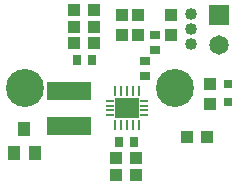
<source format=gts>
G04 #@! TF.FileFunction,Soldermask,Top*
%FSLAX46Y46*%
G04 Gerber Fmt 4.6, Leading zero omitted, Abs format (unit mm)*
G04 Created by KiCad (PCBNEW (2015-05-03 BZR 5637)-product) date 2015 September 09, Wednesday 10:45:35*
%MOMM*%
G01*
G04 APERTURE LIST*
%ADD10C,0.100000*%
%ADD11R,1.651000X1.651000*%
%ADD12C,1.651000*%
%ADD13R,1.100000X1.000000*%
%ADD14R,0.700000X0.900000*%
%ADD15R,1.016000X1.143000*%
%ADD16R,1.000000X1.100000*%
%ADD17R,0.280000X0.850000*%
%ADD18R,2.150000X1.700000*%
%ADD19R,0.700000X0.250000*%
%ADD20R,0.797560X0.797560*%
%ADD21R,0.900000X0.700000*%
%ADD22C,1.016000*%
%ADD23R,3.700000X1.500000*%
%ADD24C,3.216000*%
G04 APERTURE END LIST*
D10*
D11*
X143002000Y-100584000D03*
D12*
X143002000Y-103124000D03*
D13*
X134278000Y-114109500D03*
X135978000Y-114109500D03*
X134278000Y-112712500D03*
X135978000Y-112712500D03*
D14*
X134478000Y-111315500D03*
X135778000Y-111315500D03*
X132222000Y-104394000D03*
X130922000Y-104394000D03*
D13*
X132422000Y-102997000D03*
X130722000Y-102997000D03*
X132422000Y-101600000D03*
X130722000Y-101600000D03*
X132422000Y-100203000D03*
X130722000Y-100203000D03*
D15*
X126492000Y-110236000D03*
X127381000Y-112268000D03*
X125603000Y-112268000D03*
D13*
X141947000Y-110934500D03*
X140247000Y-110934500D03*
D16*
X134747000Y-100623000D03*
X134747000Y-102323000D03*
X136144000Y-102323000D03*
X136144000Y-100623000D03*
X138938000Y-100623000D03*
X138938000Y-102323000D03*
X142240000Y-108165000D03*
X142240000Y-106465000D03*
D17*
X134191500Y-109933000D03*
X134691500Y-109933000D03*
X135191500Y-109933000D03*
X135691500Y-109933000D03*
X136191500Y-109933000D03*
X136191500Y-106983000D03*
X135691500Y-106983000D03*
X135191500Y-106983000D03*
X134691500Y-106983000D03*
X134191500Y-106983000D03*
D18*
X135191500Y-108458000D03*
D19*
X133766500Y-107858000D03*
X133766500Y-108258000D03*
X133766500Y-108658000D03*
X133766500Y-109058000D03*
X136616500Y-109058000D03*
X136616500Y-108658000D03*
X136616500Y-108258000D03*
X136616500Y-107858000D03*
D20*
X143764000Y-106438700D03*
X143764000Y-107937300D03*
D21*
X137541000Y-102283500D03*
X137541000Y-103583500D03*
X136715500Y-105742500D03*
X136715500Y-104442500D03*
D22*
X140589000Y-100520500D03*
X140589000Y-103060500D03*
X140589000Y-101790500D03*
D23*
X130238500Y-110021500D03*
X130238500Y-107021500D03*
D24*
X126520000Y-106800000D03*
X139220000Y-106800000D03*
M02*

</source>
